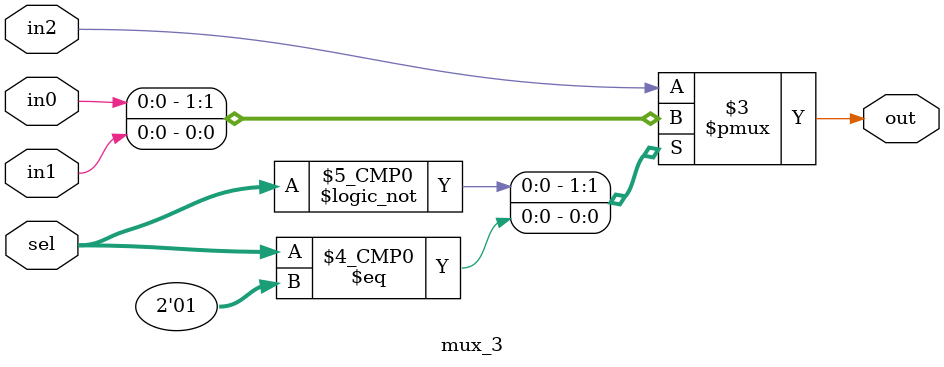
<source format=v>
`timescale 1ns / 1ps

module mux_3
(
    input wire in0,
    input wire in1,
    input wire in2,
    //3个输入端
    input wire [1:0] sel,//选择端
    output reg out//输出端
);
always@(*)
 case(sel)
 2'b00 : out = in0;//由于 always 块中的赋值语句是针对 寄存器类型 进行的，因此必须显式声明 out 为 reg 类型
 2'b01 : out = in1;//out不能为wire类型

 default : out = in2;
endcase

/* 也可使用 assign 语句实现三路选择器（更简洁）
    assign out = (sel == 2'b00) ? in0 :
                 (sel == 2'b01) ? in1 :
                 in2; // 默认选择 in2
*/
endmodule

</source>
